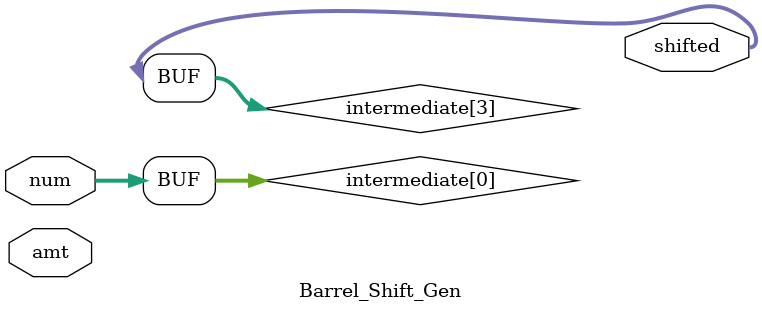
<source format=v>
module Barrel_Shift_Gen#(
    parameter ADDRESS_BITS = 3,
              LEFT         = 0,
              RIGHT        = 0
    )(
    input  wire[ADDRESS_BITS-1:0] amt,
    input  wire[2**ADDRESS_BITS-1:0] num,
    output wire[2**ADDRESS_BITS-1:0] shifted
    );

    parameter WIDTH = 2**ADDRESS_BITS;

    wire[WIDTH-1:0] intermediate[ADDRESS_BITS:0];

    assign intermediate[0] = num;
    assign shifted         = intermediate[ADDRESS_BITS];

    genvar i;
    generate
       if (LEFT == 1)
         for(i=0;i<ADDRESS_BITS;i=i+1) begin: barrel_l_gen
            assign intermediate[i+1] = amt[i] ? {intermediate[i][WIDTH-2**i-1:0],intermediate[i][WIDTH-1:WIDTH-2**i]} : intermediate[i];
	     end
       else if (RIGHT == 1)
         for(i=0;i<ADDRESS_BITS;i=i+1) begin: barrel_r_gen
            assign intermediate[i+1] = amt[i] ? {intermediate[i][2**i-1:0],intermediate[i][WIDTH-1:2**i]} : intermediate[i];
	     end
    endgenerate
endmodule

</source>
